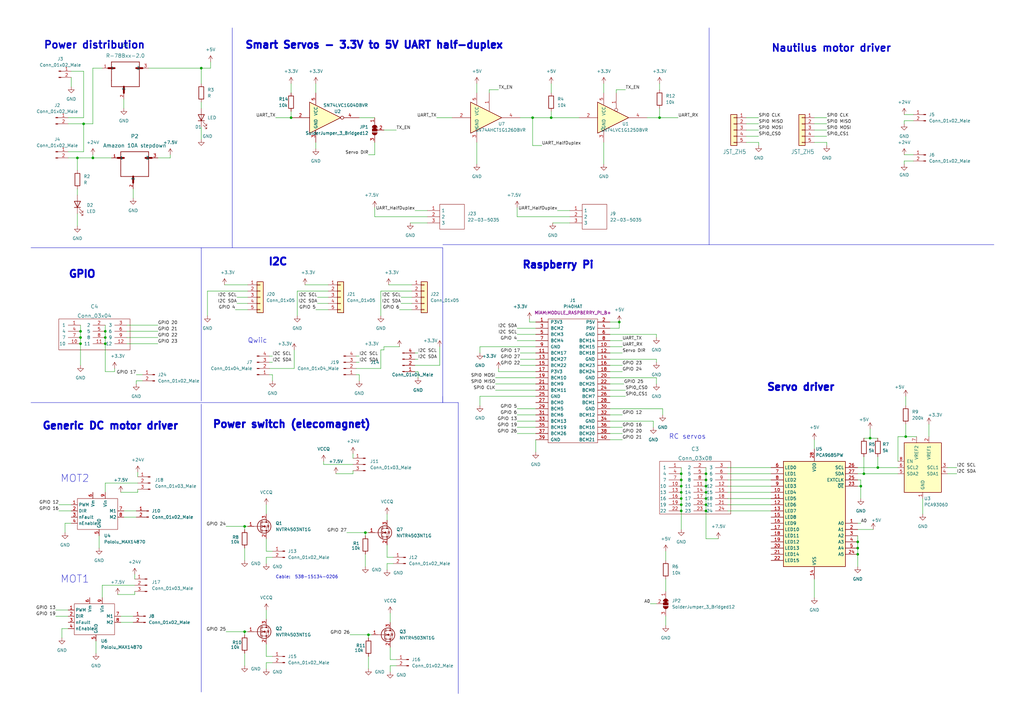
<source format=kicad_sch>
(kicad_sch (version 20230121) (generator eeschema)
  (paper "A3")
  (junction (at 360.045 191.77))
  (junction (at 289.56 199.39))
  (junction (at 289.56 196.85))
  (junction (at 33.02 140.97))
  (junction (at 351.79 222.25))
  (junction (at 119.38 48.26))
  (junction (at 151.13 260.35))
  (junction (at 356.87 179.705))
  (junction (at 354.33 194.31))
  (junction (at 289.56 207.01))
  (junction (at 38.1 64.77))
  (junction (at 100.33 215.9))
  (junction (at 279.4 207.01))
  (junction (at 82.55 27.94))
  (junction (at 100.33 259.08))
  (junction (at 218.44 48.26))
  (junction (at 289.56 204.47))
  (junction (at 226.06 48.26))
  (junction (at 279.4 204.47))
  (junction (at 279.4 196.85))
  (junction (at 33.02 138.43))
  (junction (at 43.18 140.97))
  (junction (at 279.4 199.39))
  (junction (at 353.06 199.39))
  (junction (at 289.56 194.31))
  (junction (at 270.51 48.26))
  (junction (at 31.75 64.77))
  (junction (at 279.4 209.55))
  (junction (at 279.4 201.93))
  (junction (at 254 132.08))
  (junction (at 279.4 194.31))
  (junction (at 351.79 227.33))
  (junction (at 33.02 135.89))
  (junction (at 34.29 50.8))
  (junction (at 149.86 218.44))
  (junction (at 43.18 138.43))
  (junction (at 43.18 135.89))
  (junction (at 371.475 179.07))
  (junction (at 351.79 224.79))
  (junction (at 289.56 209.55))
  (junction (at 289.56 201.93))
  (wire (pts (xy 157.48 142.24) (xy 163.83 142.24)))
  (wire (pts (xy 306.07 50.8) (xy 311.15 50.8)))
  (wire (pts (xy 22.86 250.19) (xy 27.94 250.19)))
  (wire (pts (xy 212.09 170.18) (xy 219.71 170.18)))
  (wire (pts (xy 196.85 142.24) (xy 196.85 144.78)))
  (wire (pts (xy 204.47 36.83) (xy 200.66 36.83)))
  (wire (pts (xy 164.465 121.92) (xy 168.91 121.92)))
  (wire (pts (xy 33.02 135.89) (xy 33.02 138.43)))
  (wire (pts (xy 100.33 215.9) (xy 101.6 215.9)))
  (wire (pts (xy 226.695 91.44) (xy 233.68 91.44)))
  (wire (pts (xy 306.07 48.26) (xy 311.15 48.26)))
  (wire (pts (xy 164.465 124.46) (xy 168.91 124.46)))
  (wire (pts (xy 226.06 45.72) (xy 226.06 48.26)))
  (wire (pts (xy 279.4 194.31) (xy 279.4 196.85)))
  (wire (pts (xy 96.52 127) (xy 101.6 127)))
  (wire (pts (xy 218.44 59.69) (xy 222.25 59.69)))
  (wire (pts (xy 144.78 190.5) (xy 132.715 190.5)))
  (wire (pts (xy 43.18 152.4) (xy 46.99 152.4)))
  (wire (pts (xy 217.17 130.81) (xy 217.17 132.08)))
  (wire (pts (xy 34.29 50.8) (xy 34.29 62.23)))
  (wire (pts (xy 120.65 151.13) (xy 120.65 143.51)))
  (wire (pts (xy 218.44 48.26) (xy 226.06 48.26)))
  (wire (pts (xy 41.91 240.03) (xy 41.91 245.11)))
  (wire (pts (xy 43.18 198.12) (xy 56.515 198.12)))
  (wire (pts (xy 195.58 38.1) (xy 195.58 34.29)))
  (wire (pts (xy 279.4 191.77) (xy 279.4 194.31)))
  (polyline (pts (xy 181.61 101.6) (xy 181.61 165.1)))
  (wire (pts (xy 353.06 214.63) (xy 351.79 214.63)))
  (wire (pts (xy 266.7 247.65) (xy 269.24 247.65)))
  (wire (pts (xy 351.79 219.71) (xy 351.79 222.25)))
  (wire (pts (xy 250.19 149.86) (xy 255.27 149.86)))
  (wire (pts (xy 22.86 252.73) (xy 27.94 252.73)))
  (wire (pts (xy 271.78 167.64) (xy 271.78 170.18)))
  (wire (pts (xy 250.19 162.56) (xy 256.54 162.56)))
  (wire (pts (xy 226.06 38.1) (xy 226.06 34.29)))
  (wire (pts (xy 279.4 207.01) (xy 279.4 209.55)))
  (wire (pts (xy 351.79 224.79) (xy 351.79 227.33)))
  (wire (pts (xy 339.09 59.69) (xy 339.09 58.42)))
  (wire (pts (xy 27.94 50.8) (xy 34.29 50.8)))
  (wire (pts (xy 179.07 48.26) (xy 185.42 48.26)))
  (wire (pts (xy 162.56 273.05) (xy 160.02 273.05)))
  (wire (pts (xy 109.22 271.78) (xy 109.22 274.32)))
  (wire (pts (xy 273.05 237.49) (xy 273.05 242.57)))
  (wire (pts (xy 250.19 160.02) (xy 256.54 160.02)))
  (wire (pts (xy 29.21 31.75) (xy 29.21 35.56)))
  (wire (pts (xy 298.45 204.47) (xy 316.23 204.47)))
  (wire (pts (xy 111.76 228.6) (xy 109.22 228.6)))
  (wire (pts (xy 279.4 199.39) (xy 279.4 201.93)))
  (wire (pts (xy 34.29 48.26) (xy 27.94 48.26)))
  (wire (pts (xy 353.06 199.39) (xy 351.79 199.39)))
  (wire (pts (xy 196.85 162.56) (xy 196.85 166.37)))
  (wire (pts (xy 100.33 224.79) (xy 100.33 229.87)))
  (wire (pts (xy 40.64 219.71) (xy 40.64 224.79)))
  (wire (pts (xy 374.65 49.53) (xy 370.84 49.53)))
  (wire (pts (xy 163.83 127) (xy 168.91 127)))
  (wire (pts (xy 31.75 64.77) (xy 38.1 64.77)))
  (wire (pts (xy 156.21 119.38) (xy 168.91 119.38)))
  (wire (pts (xy 55.88 153.67) (xy 58.42 153.67)))
  (wire (pts (xy 168.275 91.44) (xy 175.26 91.44)))
  (wire (pts (xy 86.36 27.94) (xy 86.36 25.4)))
  (wire (pts (xy 82.55 27.94) (xy 86.36 27.94)))
  (wire (pts (xy 212.09 137.16) (xy 219.71 137.16)))
  (wire (pts (xy 212.09 172.72) (xy 219.71 172.72)))
  (wire (pts (xy 212.09 139.7) (xy 219.71 139.7)))
  (wire (pts (xy 52.07 135.89) (xy 64.77 135.89)))
  (wire (pts (xy 371.475 162.56) (xy 371.475 166.37)))
  (wire (pts (xy 109.22 250.19) (xy 109.22 254)))
  (wire (pts (xy 146.05 153.67) (xy 147.32 153.67)))
  (wire (pts (xy 289.56 207.01) (xy 289.56 209.55)))
  (wire (pts (xy 371.475 179.07) (xy 375.92 179.07)))
  (wire (pts (xy 158.75 210.82) (xy 158.75 213.36)))
  (wire (pts (xy 121.92 119.38) (xy 134.62 119.38)))
  (wire (pts (xy 351.79 217.17) (xy 358.14 217.17)))
  (wire (pts (xy 289.56 201.93) (xy 289.56 204.47)))
  (polyline (pts (xy 187.96 165.1) (xy 187.96 284.48)))
  (wire (pts (xy 269.24 137.16) (xy 269.24 138.43)))
  (wire (pts (xy 289.56 199.39) (xy 289.56 201.93)))
  (wire (pts (xy 159.385 116.84) (xy 168.91 116.84)))
  (wire (pts (xy 46.99 152.4) (xy 46.99 151.13)))
  (wire (pts (xy 370.84 66.04) (xy 370.84 67.31)))
  (wire (pts (xy 162.56 270.51) (xy 160.02 270.51)))
  (wire (pts (xy 250.19 139.7) (xy 255.27 139.7)))
  (wire (pts (xy 279.4 204.47) (xy 279.4 207.01)))
  (wire (pts (xy 82.55 41.91) (xy 82.55 44.45)))
  (wire (pts (xy 180.34 149.86) (xy 180.34 142.24)))
  (wire (pts (xy 34.29 50.8) (xy 38.1 50.8)))
  (wire (pts (xy 110.49 153.67) (xy 111.76 153.67)))
  (wire (pts (xy 125.095 116.84) (xy 134.62 116.84)))
  (wire (pts (xy 204.47 151.13) (xy 204.47 152.4)))
  (wire (pts (xy 97.155 121.92) (xy 101.6 121.92)))
  (wire (pts (xy 360.045 191.77) (xy 368.3 191.77)))
  (wire (pts (xy 157.48 53.34) (xy 162.56 53.34)))
  (wire (pts (xy 85.09 129.54) (xy 85.09 119.38)))
  (wire (pts (xy 55.245 237.49) (xy 55.245 235.585)))
  (wire (pts (xy 354.33 179.705) (xy 356.87 179.705)))
  (wire (pts (xy 151.13 260.35) (xy 152.4 260.35)))
  (polyline (pts (xy 95.25 101.6) (xy 181.61 101.6)))
  (wire (pts (xy 334.01 53.34) (xy 339.09 53.34)))
  (wire (pts (xy 34.29 29.21) (xy 34.29 48.26)))
  (wire (pts (xy 52.07 138.43) (xy 64.77 138.43)))
  (wire (pts (xy 161.29 231.14) (xy 158.75 231.14)))
  (wire (pts (xy 56.515 201.93) (xy 49.53 201.93)))
  (wire (pts (xy 265.43 48.26) (xy 270.51 48.26)))
  (wire (pts (xy 279.4 201.93) (xy 279.4 204.47)))
  (wire (pts (xy 121.92 129.54) (xy 121.92 119.38)))
  (wire (pts (xy 371.475 173.99) (xy 371.475 179.07)))
  (wire (pts (xy 147.32 48.26) (xy 153.67 48.26)))
  (wire (pts (xy 250.19 157.48) (xy 255.905 157.48)))
  (wire (pts (xy 298.45 207.01) (xy 316.23 207.01)))
  (wire (pts (xy 111.76 269.24) (xy 109.22 269.24)))
  (wire (pts (xy 250.19 172.72) (xy 267.97 172.72)))
  (polyline (pts (xy 82.55 101.6) (xy 82.55 164.465)))
  (wire (pts (xy 29.21 214.63) (xy 26.67 214.63)))
  (wire (pts (xy 289.56 194.31) (xy 289.56 196.85)))
  (wire (pts (xy 38.1 64.77) (xy 45.72 64.77)))
  (wire (pts (xy 374.65 66.04) (xy 370.84 66.04)))
  (wire (pts (xy 356.87 179.705) (xy 360.045 179.705)))
  (wire (pts (xy 55.245 243.84) (xy 48.26 243.84)))
  (wire (pts (xy 353.06 199.39) (xy 353.06 204.47)))
  (wire (pts (xy 212.09 134.62) (xy 219.71 134.62)))
  (wire (pts (xy 153.67 88.9) (xy 153.67 85.09)))
  (wire (pts (xy 279.4 209.55) (xy 279.4 217.17)))
  (wire (pts (xy 212.09 177.8) (xy 219.71 177.8)))
  (wire (pts (xy 144.78 187.96) (xy 144.78 186.055)))
  (wire (pts (xy 269.24 147.32) (xy 269.24 148.59)))
  (wire (pts (xy 55.245 242.57) (xy 55.245 243.84)))
  (wire (pts (xy 354.33 194.31) (xy 368.3 194.31)))
  (wire (pts (xy 27.94 257.81) (xy 25.4 257.81)))
  (wire (pts (xy 52.07 140.97) (xy 64.77 140.97)))
  (wire (pts (xy 151.13 63.5) (xy 153.67 63.5)))
  (wire (pts (xy 109.22 264.16) (xy 109.22 269.24)))
  (wire (pts (xy 388.62 194.31) (xy 392.43 194.31)))
  (wire (pts (xy 144.78 193.04) (xy 144.78 194.31)))
  (wire (pts (xy 92.075 116.84) (xy 101.6 116.84)))
  (wire (pts (xy 306.07 55.88) (xy 311.15 55.88)))
  (wire (pts (xy 175.26 88.9) (xy 153.67 88.9)))
  (wire (pts (xy 58.42 156.21) (xy 55.88 156.21)))
  (wire (pts (xy 39.37 262.89) (xy 39.37 267.97)))
  (wire (pts (xy 160.02 251.46) (xy 160.02 255.27)))
  (wire (pts (xy 250.19 180.34) (xy 255.27 180.34)))
  (wire (pts (xy 24.13 207.01) (xy 29.21 207.01)))
  (wire (pts (xy 351.79 222.25) (xy 351.79 224.79)))
  (wire (pts (xy 212.09 167.64) (xy 219.71 167.64)))
  (polyline (pts (xy 181.61 162.56) (xy 181.61 165.1)))
  (wire (pts (xy 149.86 218.44) (xy 151.13 218.44)))
  (wire (pts (xy 55.88 156.21) (xy 55.88 157.48)))
  (wire (pts (xy 49.53 252.73) (xy 54.61 252.73)))
  (wire (pts (xy 43.18 138.43) (xy 43.18 140.97)))
  (polyline (pts (xy 12.7 101.6) (xy 95.25 101.6)))
  (wire (pts (xy 130.175 121.92) (xy 134.62 121.92)))
  (wire (pts (xy 60.96 27.94) (xy 82.55 27.94)))
  (wire (pts (xy 146.05 151.13) (xy 156.21 151.13)))
  (wire (pts (xy 298.45 209.55) (xy 316.23 209.55)))
  (wire (pts (xy 170.18 86.36) (xy 175.26 86.36)))
  (wire (pts (xy 27.94 62.23) (xy 34.29 62.23)))
  (wire (pts (xy 252.73 36.83) (xy 252.73 38.1)))
  (wire (pts (xy 250.19 144.78) (xy 255.27 144.78)))
  (wire (pts (xy 334.01 180.34) (xy 334.01 184.15)))
  (wire (pts (xy 149.86 227.33) (xy 149.86 232.41)))
  (wire (pts (xy 256.54 36.83) (xy 252.73 36.83)))
  (wire (pts (xy 27.94 64.77) (xy 31.75 64.77)))
  (wire (pts (xy 100.33 259.08) (xy 100.33 260.35)))
  (wire (pts (xy 273.05 252.73) (xy 273.05 256.54)))
  (wire (pts (xy 289.56 191.77) (xy 289.56 194.31)))
  (wire (pts (xy 43.18 133.35) (xy 43.18 135.89)))
  (wire (pts (xy 100.33 259.08) (xy 101.6 259.08)))
  (wire (pts (xy 38.1 63.5) (xy 38.1 64.77)))
  (wire (pts (xy 269.24 154.94) (xy 269.24 157.48)))
  (wire (pts (xy 129.54 60.96) (xy 129.54 58.42)))
  (wire (pts (xy 109.22 220.98) (xy 109.22 226.06)))
  (wire (pts (xy 43.18 198.12) (xy 43.18 201.93)))
  (wire (pts (xy 151.13 269.24) (xy 151.13 274.32)))
  (wire (pts (xy 171.45 152.4) (xy 171.45 154.94)))
  (wire (pts (xy 368.3 189.23) (xy 368.3 179.07)))
  (wire (pts (xy 267.97 172.72) (xy 267.97 175.26)))
  (wire (pts (xy 170.18 144.78) (xy 171.45 144.78)))
  (wire (pts (xy 370.84 49.53) (xy 370.84 50.8)))
  (wire (pts (xy 132.715 190.5) (xy 132.715 189.23)))
  (wire (pts (xy 226.06 48.26) (xy 237.49 48.26)))
  (wire (pts (xy 273.05 226.06) (xy 273.05 229.87)))
  (wire (pts (xy 334.01 237.49) (xy 334.01 245.11)))
  (wire (pts (xy 311.15 58.42) (xy 306.07 58.42)))
  (wire (pts (xy 170.18 149.86) (xy 180.34 149.86)))
  (wire (pts (xy 250.19 175.26) (xy 255.27 175.26)))
  (wire (pts (xy 298.45 191.77) (xy 316.23 191.77)))
  (wire (pts (xy 144.78 194.31) (xy 137.795 194.31)))
  (wire (pts (xy 270.51 34.29) (xy 270.51 36.83)))
  (wire (pts (xy 170.18 152.4) (xy 171.45 152.4)))
  (wire (pts (xy 143.51 260.35) (xy 151.13 260.35)))
  (wire (pts (xy 49.53 255.27) (xy 54.61 255.27)))
  (wire (pts (xy 218.44 48.26) (xy 218.44 59.69)))
  (wire (pts (xy 298.45 194.31) (xy 316.23 194.31)))
  (wire (pts (xy 298.45 199.39) (xy 316.23 199.39)))
  (wire (pts (xy 149.86 218.44) (xy 149.86 219.71)))
  (wire (pts (xy 356.87 175.895) (xy 356.87 179.705)))
  (wire (pts (xy 270.51 48.26) (xy 278.13 48.26)))
  (wire (pts (xy 43.18 135.89) (xy 43.18 138.43)))
  (wire (pts (xy 311.15 59.69) (xy 311.15 58.42)))
  (wire (pts (xy 250.19 147.32) (xy 269.24 147.32)))
  (wire (pts (xy 334.01 55.88) (xy 339.09 55.88)))
  (wire (pts (xy 129.54 34.29) (xy 129.54 38.1)))
  (wire (pts (xy 250.19 137.16) (xy 269.24 137.16)))
  (wire (pts (xy 129.54 127) (xy 134.62 127)))
  (wire (pts (xy 54.61 77.47) (xy 54.61 81.28)))
  (wire (pts (xy 109.22 207.01) (xy 109.22 210.82)))
  (wire (pts (xy 156.21 151.13) (xy 156.21 143.51)))
  (wire (pts (xy 64.77 64.77) (xy 69.85 64.77)))
  (wire (pts (xy 200.66 36.83) (xy 200.66 38.1)))
  (wire (pts (xy 142.24 218.44) (xy 149.86 218.44)))
  (wire (pts (xy 41.91 240.03) (xy 55.245 240.03)))
  (wire (pts (xy 306.07 53.34) (xy 311.15 53.34)))
  (wire (pts (xy 289.56 220.98) (xy 294.64 220.98)))
  (wire (pts (xy 33.02 138.43) (xy 33.02 140.97)))
  (wire (pts (xy 250.19 167.64) (xy 271.78 167.64)))
  (wire (pts (xy 289.56 196.85) (xy 289.56 199.39)))
  (wire (pts (xy 298.45 196.85) (xy 316.23 196.85)))
  (wire (pts (xy 213.36 149.86) (xy 219.71 149.86)))
  (wire (pts (xy 33.02 140.97) (xy 33.02 149.86)))
  (wire (pts (xy 247.65 67.31) (xy 247.65 58.42)))
  (wire (pts (xy 368.3 179.07) (xy 371.475 179.07)))
  (wire (pts (xy 279.4 196.85) (xy 279.4 199.39)))
  (wire (pts (xy 56.515 200.66) (xy 56.515 201.93)))
  (wire (pts (xy 203.2 157.48) (xy 219.71 157.48)))
  (wire (pts (xy 111.76 271.78) (xy 109.22 271.78)))
  (wire (pts (xy 212.09 175.26) (xy 219.71 175.26)))
  (wire (pts (xy 69.85 64.77) (xy 69.85 63.5)))
  (wire (pts (xy 110.49 146.05) (xy 111.76 146.05)))
  (wire (pts (xy 157.48 143.51) (xy 157.48 142.24)))
  (wire (pts (xy 158.75 231.14) (xy 158.75 233.68)))
  (wire (pts (xy 50.8 44.45) (xy 50.8 40.64)))
  (wire (pts (xy 233.68 88.9) (xy 212.09 88.9)))
  (wire (pts (xy 298.45 201.93) (xy 316.23 201.93)))
  (wire (pts (xy 31.75 64.77) (xy 31.75 69.85)))
  (wire (pts (xy 171.45 147.32) (xy 170.18 147.32)))
  (wire (pts (xy 85.09 119.38) (xy 101.6 119.38)))
  (wire (pts (xy 111.76 226.06) (xy 109.22 226.06)))
  (wire (pts (xy 100.33 215.9) (xy 100.33 217.17)))
  (wire (pts (xy 219.71 162.56) (xy 196.85 162.56)))
  (polyline (pts (xy 82.55 165.735) (xy 82.55 283.845)))
  (wire (pts (xy 26.67 214.63) (xy 26.67 218.44)))
  (wire (pts (xy 289.56 204.47) (xy 289.56 207.01)))
  (wire (pts (xy 147.32 148.59) (xy 146.05 148.59)))
  (wire (pts (xy 213.36 147.32) (xy 219.71 147.32)))
  (wire (pts (xy 33.02 133.35) (xy 33.02 135.89)))
  (wire (pts (xy 151.13 260.35) (xy 151.13 261.62)))
  (polyline (pts (xy 290.83 100.33) (xy 407.67 100.33)))
  (wire (pts (xy 161.29 228.6) (xy 158.75 228.6)))
  (wire (pts (xy 156.21 143.51) (xy 157.48 143.51)))
  (wire (pts (xy 24.13 209.55) (xy 29.21 209.55)))
  (wire (pts (xy 29.21 29.21) (xy 34.29 29.21)))
  (wire (pts (xy 31.75 77.47) (xy 31.75 80.01)))
  (wire (pts (xy 92.71 259.08) (xy 100.33 259.08)))
  (wire (pts (xy 351.79 196.85) (xy 353.06 196.85)))
  (wire (pts (xy 50.8 209.55) (xy 55.88 209.55)))
  (wire (pts (xy 43.18 140.97) (xy 43.18 152.4)))
  (wire (pts (xy 203.2 154.94) (xy 219.71 154.94)))
  (wire (pts (xy 250.19 170.18) (xy 255.27 170.18)))
  (wire (pts (xy 82.55 52.07) (xy 82.55 57.15)))
  (wire (pts (xy 354.33 187.325) (xy 354.33 194.31)))
  (wire (pts (xy 228.6 86.36) (xy 233.68 86.36)))
  (wire (pts (xy 212.09 88.9) (xy 212.09 85.09)))
  (wire (pts (xy 381 173.99) (xy 381 179.07)))
  (wire (pts (xy 339.09 58.42) (xy 334.01 58.42)))
  (wire (pts (xy 370.84 46.99) (xy 374.65 46.99)))
  (wire (pts (xy 52.07 133.35) (xy 64.77 133.35)))
  (wire (pts (xy 146.05 146.05) (xy 147.32 146.05)))
  (wire (pts (xy 109.22 228.6) (xy 109.22 231.14)))
  (wire (pts (xy 204.47 152.4) (xy 219.71 152.4)))
  (wire (pts (xy 378.46 204.47) (xy 378.46 210.82)))
  (wire (pts (xy 353.06 196.85) (xy 353.06 199.39)))
  (wire (pts (xy 113.03 48.26) (xy 119.38 48.26)))
  (wire (pts (xy 100.33 267.97) (xy 100.33 273.05)))
  (wire (pts (xy 219.71 180.34) (xy 219.71 185.42)))
  (polyline (pts (xy 181.61 100.33) (xy 290.83 100.33)))
  (wire (pts (xy 213.36 144.78) (xy 219.71 144.78)))
  (wire (pts (xy 156.21 129.54) (xy 156.21 119.38)))
  (wire (pts (xy 250.19 154.94) (xy 269.24 154.94)))
  (wire (pts (xy 25.4 257.81) (xy 25.4 261.62)))
  (wire (pts (xy 56.515 195.58) (xy 56.515 193.675)))
  (wire (pts (xy 158.75 223.52) (xy 158.75 228.6)))
  (wire (pts (xy 250.19 177.8) (xy 255.27 177.8)))
  (wire (pts (xy 111.76 148.59) (xy 110.49 148.59)))
  (wire (pts (xy 195.58 67.31) (xy 195.58 58.42)))
  (wire (pts (xy 270.51 44.45) (xy 270.51 48.26)))
  (wire (pts (xy 147.32 153.67) (xy 147.32 156.21)))
  (wire (pts (xy 38.1 27.94) (xy 41.91 27.94)))
  (wire (pts (xy 213.36 48.26) (xy 218.44 48.26)))
  (wire (pts (xy 130.175 124.46) (xy 134.62 124.46)))
  (wire (pts (xy 119.38 48.26) (xy 119.38 45.72)))
  (wire (pts (xy 334.01 50.8) (xy 339.09 50.8)))
  (wire (pts (xy 250.19 134.62) (xy 254 134.62)))
  (wire (pts (xy 351.79 227.33) (xy 351.79 232.41)))
  (wire (pts (xy 97.155 124.46) (xy 101.6 124.46)))
  (wire (pts (xy 254 134.62) (xy 254 132.08)))
  (wire (pts (xy 217.17 132.08) (xy 219.71 132.08)))
  (wire (pts (xy 334.01 48.26) (xy 339.09 48.26)))
  (wire (pts (xy 119.38 34.29) (xy 119.38 38.1)))
  (wire (pts (xy 110.49 151.13) (xy 120.65 151.13)))
  (wire (pts (xy 388.62 191.77) (xy 392.43 191.77)))
  (wire (pts (xy 219.71 142.24) (xy 196.85 142.24)))
  (wire (pts (xy 92.71 215.9) (xy 100.33 215.9)))
  (wire (pts (xy 160.02 265.43) (xy 160.02 270.51)))
  (polyline (pts (xy 12.7 165.1) (xy 187.96 165.1)))
  (wire (pts (xy 289.56 209.55) (xy 289.56 220.98)))
  (wire (pts (xy 203.2 160.02) (xy 219.71 160.02)))
  (wire (pts (xy 38.1 50.8) (xy 38.1 27.94)))
  (wire (pts (xy 250.19 152.4) (xy 255.27 152.4)))
  (wire (pts (xy 370.84 63.5) (xy 374.65 63.5)))
  (wire (pts (xy 360.045 187.325) (xy 360.045 191.77)))
  (polyline (pts (xy 95.25 11.43) (xy 95.25 101.6)))
  (wire (pts (xy 31.75 87.63) (xy 31.75 92.71)))
  (wire (pts (xy 50.8 212.09) (xy 55.88 212.09)))
  (wire (pts (xy 153.67 63.5) (xy 153.67 58.42)))
  (wire (pts (xy 351.79 191.77) (xy 360.045 191.77)))
  (wire (pts (xy 111.76 153.67) (xy 111.76 156.21)))
  (wire (pts (xy 250.19 142.24) (xy 255.27 142.24)))
  (wire (pts (xy 160.02 273.05) (xy 160.02 275.59)))
  (wire (pts (xy 354.33 194.31) (xy 351.79 194.31)))
  (wire (pts (xy 82.55 27.94) (xy 82.55 34.29)))
  (wire (pts (xy 250.19 132.08) (xy 254 132.08)))
  (polyline (pts (xy 290.83 11.43) (xy 290.83 100.33)))
  (wire (pts (xy 247.65 34.29) (xy 247.65 38.1)))
  (text "Power switch (elecomagnet)" (at 86.995 175.895 0) (effects (font (size 3 3) (thickness 0.8) bold) (justify left bottom)))
  (text "Nautilus motor driver" (at 316.23 21.59 0) (effects (font (size 3 3) (thickness 0.6) bold) (justify left bottom)))
  (text "Servo driver" (at 314.325 160.655 0) (effects (font (size 3 3) (thickness 0.8) bold) (justify left bottom)))
  (text "GPIO" (at 27.94 114.3 0) (effects (font (size 3 3) (thickness 0.8) bold) (justify left bottom)))
  (text "I2C" (at 109.855 109.22 0) (effects (font (size 3 3) (thickness 0.8) bold) (justify left bottom)))
  (text "MOT1\n" (at 24.765 239.395 0) (effects (font (size 3 3)) (justify left bottom)))
  (text "Smart Servos - 3.3V to 5V UART half-duplex" (at 100.33 20.32 0) (effects (font (size 3 3) (thickness 0.8) bold) (justify left bottom)))
  (text "Power distribution" (at 17.78 20.32 0) (effects (font (size 3 3) (thickness 0.6) bold) (justify left bottom)))
  (text "RC servos" (at 274.32 180.34 0) (effects (font (size 2 2)) (justify left bottom)))
  (text "Generic DC motor driver" (at 17.145 176.53 0) (effects (font (size 3 3) (thickness 0.8) bold) (justify left bottom)))
  (text "Cable:  538-15134-0206 " (at 113.03 237.49 0) (effects (font (size 1.27 1.27)) (justify left bottom)))
  (text "MOT2" (at 24.765 198.12 0) (effects (font (size 3 3)) (justify left bottom)))
  (text "Raspberry Pi" (at 213.995 110.49 0) (effects (font (size 3 3) (thickness 0.8) bold) (justify left bottom)))
  (text "Qwiic" (at 101.6 140.97 0) (effects (font (size 2 2)) (justify left bottom)))
  (label "UART_HalfDuplex" (at 228.6 86.36 180))
  (label "GPIO 25" (at 255.905 157.48 0))
  (label "GPIO 21" (at 64.77 135.89 0))
  (label "GPIO 6" (at 212.09 170.18 180))
  (label "I2C SCL" (at 212.09 137.16 180))
  (label "GPIO 17" (at 55.88 153.67 180))
  (label "GPIO 20" (at 255.27 177.8 0))
  (label "GPIO 22" (at 213.36 149.86 180))
  (label "GPIO 16" (at 255.27 175.26 0))
  (label "Servo DIR" (at 151.13 63.5 180))
  (label "GPIO 5" (at 212.09 167.64 180))
  (label "UART_TX" (at 179.07 48.26 180))
  (label "I2C SDA" (at 212.09 134.62 180))
  (label "GPIO 19" (at 22.86 252.73 180))
  (label "SPI0 CLK" (at 311.15 48.26 0))
  (label "GPIO 17" (at 213.36 144.78 180))
  (label "UART_RX" (at 255.27 142.24 0))
  (label "GPIO 12" (at 24.13 207.01 180))
  (label "I2C SCL" (at 130.175 121.92 180))
  (label "TX_EN" (at 256.54 36.83 0))
  (label "A0" (at 353.06 214.63 0))
  (label "Servo DIR" (at 255.27 144.78 0))
  (label "GPIO 26" (at 143.51 260.35 180))
  (label "SPI0 MISO" (at 339.09 50.8 0))
  (label "TX_EN" (at 204.47 36.83 0))
  (label "SPI0 CLK" (at 203.2 160.02 180))
  (label "GPIO 24" (at 255.27 152.4 0))
  (label "UART_RX" (at 278.13 48.26 0))
  (label "TX_EN" (at 162.56 53.34 0))
  (label "GPIO 19" (at 212.09 175.26 180))
  (label "SPI0 MOSI" (at 203.2 154.94 180))
  (label "GPIO 4" (at 96.52 127 180))
  (label "GPIO 4" (at 212.09 139.7 180))
  (label "UART_TX" (at 255.27 139.7 0))
  (label "SPI0_CS1" (at 339.09 55.88 0))
  (label "SPI0 CLK" (at 339.09 48.26 0))
  (label "GPIO 5" (at 129.54 127 180))
  (label "GPIO 12" (at 255.27 170.18 0))
  (label "UART_HalfDuplex" (at 222.25 59.69 0))
  (label "I2C SCL" (at 147.32 146.05 0))
  (label "UART_TX" (at 113.03 48.26 180))
  (label "I2C SDA" (at 111.76 148.59 0))
  (label "I2C SDA" (at 147.32 148.59 0))
  (label "GPIO 23" (at 255.27 149.86 0))
  (label "I2C SCL" (at 171.45 144.78 0))
  (label "I2C SDA" (at 392.43 194.31 0))
  (label "A0" (at 266.7 247.65 180))
  (label "SPI0 MOSI" (at 311.15 53.34 0))
  (label "I2C SDA" (at 97.155 124.46 180))
  (label "GPIO 20" (at 64.77 133.35 0))
  (label "GPIO 27" (at 142.24 218.44 180))
  (label "SPI0 MOSI" (at 339.09 53.34 0))
  (label "I2C SCL" (at 111.76 146.05 0))
  (label "GPIO 6" (at 163.83 127 180))
  (label "I2C SCL" (at 392.43 191.77 0))
  (label "GPIO 27" (at 213.36 147.32 180))
  (label "GPIO 25" (at 92.71 259.08 180))
  (label "I2C SDA" (at 164.465 124.46 180))
  (label "I2C SCL" (at 164.465 121.92 180))
  (label "GPIO 23" (at 64.77 140.97 0))
  (label "SPI0_CS1" (at 256.54 162.56 0))
  (label "I2C SCL" (at 97.155 121.92 180))
  (label "GPIO 24" (at 92.71 215.9 180))
  (label "UART_HalfDuplex" (at 170.18 86.36 180))
  (label "GPIO 13" (at 212.09 172.72 180))
  (label "SPI0_CS0" (at 256.54 160.02 0))
  (label "GPIO 21" (at 255.27 180.34 0))
  (label "SPI0_CS0" (at 311.15 55.88 0))
  (label "GPIO 26" (at 212.09 177.8 180))
  (label "GPIO 16" (at 24.13 209.55 180))
  (label "I2C SDA" (at 130.175 124.46 180))
  (label "SPI0 MISO" (at 203.2 157.48 180))
  (label "GPIO 13" (at 22.86 250.19 180))
  (label "I2C SDA" (at 171.45 147.32 0))
  (label "SPI0 MISO" (at 311.15 50.8 0))
  (label "GPIO 22" (at 64.77 138.43 0))
  (symbol (lib_id "power:+3.3V") (at 129.54 34.29 0) (unit 1)
    (property "Reference" "#PWR039" (effects hide))
    (property "Value" "+3.3V" (at 129.54 29.21 0))
  )
  (symbol (lib_id "power:+3.3V") (at 217.17 130.81 0) (unit 1)
    (property "Reference" "#PWR0120" (effects hide))
    (property "Value" "+3.3V" (at 213.36 125.73 0))
  )
  (symbol (lib_id "power:+5V") (at 254 132.08 0) (unit 1)
    (property "Reference" "#PWR0102" (effects hide))
    (property "Value" "+5V" (at 254 127 0))
  )
  (symbol (lib_id "power:+7.5V") (at 48.26 243.84 0) (unit 1)
    (property "Reference" "#PWR015" (effects hide))
    (property "Value" "+7.5V" (at 48.26 238.76 0))
  )
  (symbol (lib_id "power:GND") (at 279.4 217.17 0) (unit 1)
    (property "Reference" "#PWR0159" (effects hide))
    (property "Value" "GND" (at 279.4 222.25 0))
  )
  (symbol (lib_id "power:+5V") (at 86.36 25.4 0) (unit 1)
    (property "Reference" "#PWR0108" (effects hide))
    (property "Value" "+5V" (at 86.36 20.32 0))
  )
  (symbol (lib_id "power:+7.5V") (at 153.67 85.09 0) (unit 1)
    (property "Reference" "#PWR035" (effects hide))
    (property "Value" "+7.5V" (at 152.4 80.01 0))
  )
  (symbol (lib_id "power:+7.5V") (at 212.09 85.09 0) (unit 1)
    (property "Reference" "#PWR043" (effects hide))
    (property "Value" "+7.5V" (at 210.82 80.01 0))
  )
  (symbol (lib_id "74xGxx:74LVC1G126") (at 200.66 48.26 0) (unit 1)
    (property "Reference" "U7" (at 205.74 50.8 0))
    (property "Value" "SN74AHCT1G126DBVR " (at 205.74 53.34 0))
    (property "Footprint" "Package_TO_SOT_SMD:SOT-23-5_HandSoldering" (effects hide))
    (property "Datasheet" "https://www.ti.com/lit/ds/symlink/SN74AHCT1G126.pdf" (effects hide))
    (property "Mouser Part Number" " 595-SNAHCT1G126DBVR " (effects hide))
  )
  (symbol (lib_id "Connector:Conn_01x02_Male") (at 60.96 209.55 0) (mirror y) (unit 1)
    (property "Reference" "J10" (at 62.23 209.5499 0) (effects (justify right)))
    (property "Value" "Conn_01x02_Male" (at 62.23 212.0899 0) (effects (justify right)))
    (property "Footprint" "Connector_Molex:Molex_PicoBlade_53047-0210_1x02_P1.25mm_Vertical" (effects hide))
  )
  (symbol (lib_id "Connector_Generic:Conn_01x05") (at 173.99 121.92 0) (unit 1)
    (property "Reference" "J22" (at 176.53 120.65 0) (effects (justify left)))
    (property "Value" "Conn_01x05" (at 176.53 123.19 0) (effects (justify left)))
    (property "Footprint" "Connector_PinHeader_2.54mm:PinHeader_1x05_P2.54mm_Vertical" (effects hide))
  )
  (symbol (lib_id "power:+3.3V") (at 180.34 142.24 0) (unit 1)
    (property "Reference" "#PWR046" (effects hide))
    (property "Value" "+3.3V" (at 176.53 139.7 0))
  )
  (symbol (lib_id "MiAM:22-03-5035") (at 175.26 86.36 0) (unit 1)
    (property "Reference" "J23" (at 191.77 87.6299 0) (effects (justify left)))
    (property "Value" "22-03-5035" (at 191.77 90.1699 0) (effects (justify left)))
    (property "Footprint" "MiAM:SHDR3W60P0X250_1X3_990X490X590P" (effects hide))
    (property "Datasheet" "http://www.molex.com/pdm_docs/sd/022035035_sd.pdf" (effects hide))
    (property "Description" "Header 2.5mm SPOX,WTB,vert, shrouded, 3w Molex SPOX Series, Series Number 5267, 2.5mm Pitch 3 Way 1 Row Straight PCB Header, Solder Termination, 3A" (effects hide))
    (property "Height" "5.9" (effects hide))
    (property "Manufacturer_Name" "Molex" (effects hide))
    (property "Manufacturer_Part_Number" "22-03-5035" (effects hide))
    (property "RS Part Number" "    687-8048" (effects hide))
  )
  (symbol (lib_id "power:GND") (at 226.695 91.44 0) (unit 1)
    (property "Reference" "#PWR044" (effects hide))
    (property "Value" "GND" (at 226.695 96.52 0))
  )
  (symbol (lib_id "Device:R") (at 360.045 183.515 180) (unit 1)
    (property "Reference" "R7" (at 361.95 182.2449 0) (effects (justify right)))
    (property "Value" "5k" (at 361.95 184.7849 0) (effects (justify right)))
    (property "Footprint" "Resistor_SMD:R_0805_2012Metric" (effects hide))
  )
  (symbol (lib_id "power:GND") (at 158.75 233.68 0) (unit 1)
    (property "Reference" "#PWR06" (effects hide))
    (property "Value" "GND" (at 161.29 234.9499 0) (effects (justify left)))
  )
  (symbol (lib_id "power:VCCQ") (at 160.02 251.46 0) (unit 1)
    (property "Reference" "#PWR022" (effects hide))
    (property "Value" "VCCQ" (at 160.02 246.38 0))
  )
  (symbol (lib_id "power:+7.5V") (at 49.53 201.93 0) (unit 1)
    (property "Reference" "#PWR017" (effects hide))
    (property "Value" "+7.5V" (at 49.53 196.85 0))
  )
  (symbol (lib_id "power:GND") (at 160.02 275.59 0) (unit 1)
    (property "Reference" "#PWR014" (effects hide))
    (property "Value" "GND" (at 162.56 276.8599 0) (effects (justify left)))
  )
  (symbol (lib_id "power:GND") (at 273.05 256.54 0) (unit 1)
    (property "Reference" "#PWR0152" (effects hide))
    (property "Value" "GND" (at 273.05 261.62 0))
  )
  (symbol (lib_id "power:GND") (at 151.13 274.32 0) (unit 1)
    (property "Reference" "#PWR013" (effects hide))
    (property "Value" "GND" (at 153.67 275.5899 0) (effects (justify left)))
  )
  (symbol (lib_id "power:GND") (at 370.84 67.31 0) (unit 1)
    (property "Reference" "#PWR0105" (effects hide))
    (property "Value" "GND" (at 370.84 71.755 0))
  )
  (symbol (lib_id "Device:Q_NMOS_GSD") (at 106.68 259.08 0) (unit 1)
    (property "Reference" "Q2" (at 113.03 257.81 0) (effects (justify left)))
    (property "Value" "NVTR4503NT1G" (at 113.03 260.35 0) (effects (justify left)))
    (property "Footprint" "Package_TO_SOT_SMD:SOT-23_Handsoldering" (effects hide))
    (property "RS" "    780-4815" (effects hide))
  )
  (symbol (lib_id "Jumper:SolderJumper_3_Bridged12") (at 273.05 247.65 270) (unit 1)
    (property "Reference" "JP2" (at 275.59 246.38 90) (effects (justify left)))
    (property "Value" "SolderJumper_3_Bridged12" (at 275.59 248.92 90) (effects (justify left)))
    (property "Footprint" "Jumper:SolderJumper-3_P1.3mm_Bridged12_Pad1.0x1.5mm_NumberLabels" (effects hide))
  )
  (symbol (lib_id "MiAM:Conn_03x04") (at 39.37 129.54 0) (mirror y) (unit 1)
    (property "Reference" "C4" (at 38.735 125.73 0) (effects (font (size 1.524 1.524))))
    (property "Value" "Conn_03x04" (at 38.735 129.54 0) (effects (font (size 1.524 1.524))))
    (property "Footprint" "MiAM:Pin_Header_Straight_3x04_Pitch2.54mm" (effects hide))
  )
  (symbol (lib_id "power:GND") (at 33.02 149.86 0) (unit 1)
    (property "Reference" "#PWR0130" (effects hide))
    (property "Value" "GND" (at 33.02 154.94 0))
  )
  (symbol (lib_id "power:VCCQ") (at 158.75 210.82 0) (unit 1)
    (property "Reference" "#PWR019" (effects hide))
    (property "Value" "VCCQ" (at 158.75 205.74 0))
  )
  (symbol (lib_id "MiAM:R-78Bxx-2.0") (at 50.8 30.48 0) (unit 1)
    (property "Reference" "P1" (at 51.435 19.05 0) (effects (font (size 1.524 1.524))))
    (property "Value" "R-78Bxx-2.0" (at 51.435 22.86 0) (effects (font (size 1.524 1.524))))
    (property "Footprint" "MiAM:CONV_R-78Bxx-2.0" (effects hide))
    (property "RS" "139-2959" (effects hide))
    (property "Field5" "RS  139-2959" (effects hide))
  )
  (symbol (lib_id "power:GND") (at 149.86 232.41 0) (unit 1)
    (property "Reference" "#PWR05" (effects hide))
    (property "Value" "GND" (at 152.4 233.6799 0) (effects (justify left)))
  )
  (symbol (lib_id "Device:Q_NMOS_GSD") (at 157.48 260.35 0) (unit 1)
    (property "Reference" "Q3" (at 163.83 259.08 0) (effects (justify left)))
    (property "Value" "NVTR4503NT1G" (at 163.83 261.62 0) (effects (justify left)))
    (property "Footprint" "Package_TO_SOT_SMD:SOT-23_Handsoldering" (effects hide))
    (property "RS" "    780-4815" (effects hide))
  )
  (symbol (lib_id "power:+24V") (at 38.1 63.5 0) (unit 1)
    (property "Reference" "#PWR0111" (effects hide))
    (property "Value" "+24V" (at 38.1 58.42 0))
  )
  (symbol (lib_id "Device:R") (at 273.05 233.68 180) (unit 1)
    (property "Reference" "R6" (at 275.59 232.4099 0) (effects (justify right)))
    (property "Value" "10k" (at 275.59 234.9499 0) (effects (justify right)))
    (property "Footprint" "Resistor_SMD:R_0805_2012Metric" (effects hide))
  )
  (symbol (lib_id "Device:LED") (at 82.55 48.26 90) (unit 1)
    (property "Reference" "D1" (at 80.01 52.07 90) (effects (justify right)))
    (property "Value" "LED" (at 85.09 48.26 90) (effects (justify right)))
    (property "Footprint" "LED_THT:LED_D3.0mm" (effects hide))
  )
  (symbol (lib_id "power:GND") (at 219.71 185.42 0) (unit 1)
    (property "Reference" "#PWR0101" (effects hide))
    (property "Value" "GND" (at 219.71 190.5 0))
  )
  (symbol (lib_id "Connector:Conn_01x02_Male") (at 166.37 228.6 0) (mirror y) (unit 1)
    (property "Reference" "J12" (at 167.64 228.5999 0) (effects (justify right)))
    (property "Value" "Conn_01x02_Male" (at 167.64 231.1399 0) (effects (justify right)))
    (property "Footprint" "Connector_Molex:Molex_PicoBlade_53047-0210_1x02_P1.25mm_Vertical" (effects hide))
  )
  (symbol (lib_id "power:GND") (at 311.15 59.69 0) (unit 1)
    (property "Reference" "#PWR01" (effects hide))
    (property "Value" "GND" (at 311.15 64.77 0))
  )
  (symbol (lib_id "power:VCCQ") (at 132.715 189.23 0) (mirror y) (unit 1)
    (property "Reference" "#PWR020" (effects hide))
    (property "Value" "VCCQ" (at 132.715 184.15 0))
  )
  (symbol (lib_id "power:+24V") (at 370.84 63.5 0) (unit 1)
    (property "Reference" "#PWR0106" (effects hide))
    (property "Value" "+24V" (at 370.84 58.42 0))
  )
  (symbol (lib_id "power:+5V") (at 356.87 175.895 0) (unit 1)
    (property "Reference" "#PWR0169" (effects hide))
    (property "Value" "+5V" (at 354.33 172.085 0))
  )
  (symbol (lib_id "power:+3.3V") (at 125.095 116.84 0) (unit 1)
    (property "Reference" "#PWR028" (effects hide))
    (property "Value" "+3.3V" (at 126.365 111.76 0))
  )
  (symbol (lib_id "power:+24V") (at 370.84 46.99 0) (unit 1)
    (property "Reference" "#PWR0103" (effects hide))
    (property "Value" "+24V" (at 370.84 41.91 0))
  )
  (symbol (lib_id "power:GND") (at 109.22 231.14 0) (unit 1)
    (property "Reference" "#PWR010" (effects hide))
    (property "Value" "GND" (at 111.76 232.4099 0) (effects (justify left)))
  )
  (symbol (lib_id "Connector:Conn_01x02_Male") (at 22.86 48.26 0) (unit 1)
    (property "Reference" "J2" (at 23.495 43.18 0))
    (property "Value" "Conn_01x02_Male" (at 23.495 45.72 0))
    (property "Footprint" "MiAM:XT30UM" (effects hide))
  )
  (symbol (lib_id "power:+5V") (at 226.06 34.29 0) (unit 1)
    (property "Reference" "#PWR037" (effects hide))
    (property "Value" "+5V" (at 226.06 29.21 0))
  )
  (symbol (lib_id "MiAM:Pololu_MAX14870") (at 39.37 262.89 0) (unit 1)
    (property "Reference" "U6" (at 41.3894 262.89 0) (effects (justify left)))
    (property "Value" "Pololu_MAX14870" (at 41.3894 265.43 0) (effects (justify left)))
    (property "Footprint" "MiAM:PololuMAX14870" (effects hide))
  )
  (symbol (lib_id "power:GND") (at 100.33 273.05 0) (unit 1)
    (property "Reference" "#PWR011" (effects hide))
    (property "Value" "GND" (at 102.87 274.3199 0) (effects (justify left)))
  )
  (symbol (lib_id "Connector:Conn_01x02_Male") (at 116.84 269.24 0) (mirror y) (unit 1)
    (property "Reference" "J15" (at 118.11 269.2399 0) (effects (justify right)))
    (property "Value" "Conn_01x02_Male" (at 118.11 271.7799 0) (effects (justify right)))
    (property "Footprint" "Connector_Molex:Molex_PicoBlade_53047-0210_1x02_P1.25mm_Vertical" (effects hide))
  )
  (symbol (lib_id "Connector:Conn_01x03_Male") (at 149.86 190.5 0) (mirror y) (unit 1)
    (property "Reference" "J11" (at 151.765 189.2299 0) (effects (justify right)))
    (property "Value" "Conn_01x03_Male" (at 151.765 191.7699 0) (effects (justify right)))
    (property "Footprint" "Connector_PinHeader_2.54mm:PinHeader_1x03_P2.54mm_Vertical" (effects hide))
  )
  (symbol (lib_id "power:+24V") (at 55.245 235.585 0) (unit 1)
    (property "Reference" "#PWR016" (effects hide))
    (property "Value" "+24V" (at 55.245 230.505 0))
  )
  (symbol (lib_id "power:GND") (at 26.67 218.44 0) (unit 1)
    (property "Reference" "#PWR0137" (effects hide))
    (property "Value" "GND" (at 26.67 223.52 0))
  )
  (symbol (lib_id "power:+24V") (at 144.78 186.055 0) (unit 1)
    (property "Reference" "#PWR08" (effects hide))
    (property "Value" "+24V" (at 144.78 180.975 0))
  )
  (symbol (lib_id "power:GND") (at 25.4 261.62 0) (unit 1)
    (property "Reference" "#PWR0140" (effects hide))
    (property "Value" "GND" (at 25.4 266.7 0))
  )
  (symbol (lib_id "Connector:Conn_01x02_Male") (at 379.73 63.5 0) (mirror y) (unit 1)
    (property "Reference" "J6" (at 381 63.4999 0) (effects (justify right)))
    (property "Value" "Conn_01x02_Male" (at 381 66.0399 0) (effects (justify right)))
    (property "Footprint" "MiAM:XT30UM" (effects hide))
  )
  (symbol (lib_id "power:GND") (at 39.37 267.97 0) (unit 1)
    (property "Reference" "#PWR0141" (effects hide))
    (property "Value" "GND" (at 39.37 273.05 0))
  )
  (symbol (lib_id "MiAM:Amazon 10A stepdown") (at 54.61 67.31 0) (unit 1)
    (property "Reference" "P2" (at 55.245 55.88 0) (effects (font (size 1.524 1.524))))
    (property "Value" "Amazon 10A stepdown" (at 55.245 59.69 0) (effects (font (size 1.524 1.524))))
    (property "Footprint" "MiAM:StepDown10A" (effects hide))
    (property "Datasheet" "https://www.amazon.fr/dalimentation-Convertisseur-Abaisseur-6-5V-60V-1-25-30V/dp/B07TLHM71W/ref=sr_1_5?__mk_fr_FR=%C3%85M%C3%85%C5%BD%C3%95%C3%91&crid=TAPY62YN7AE7&keywords=regulateur+tension+ajustable+10A&qid=1662732280&sprefix=regulateur+tension+ajustable+10a%2Caps%2C58&sr=8-5" (effects hide))
    (property "Part number" "B07TLHM71W" (effects hide))
  )
  (symbol (lib_id "power:GND") (at 196.85 166.37 0) (mirror y) (unit 1)
    (property "Reference" "#PWR047" (effects hide))
    (property "Value" "GND" (at 196.85 171.45 0))
  )
  (symbol (lib_id "Device:LED") (at 31.75 83.82 90) (unit 1)
    (property "Reference" "D2" (at 35.56 84.1374 90) (effects (justify right)))
    (property "Value" "LED" (at 35.56 86.6774 90) (effects (justify right)))
    (property "Footprint" "LED_THT:LED_D3.0mm" (effects hide))
  )
  (symbol (lib_id "power:GND") (at 82.55 57.15 0) (unit 1)
    (property "Reference" "#PWR024" (effects hide))
    (property "Value" "GND" (at 85.09 55.88 0))
  )
  (symbol (lib_id "power:GND") (at 100.33 229.87 0) (unit 1)
    (property "Reference" "#PWR09" (effects hide))
    (property "Value" "GND" (at 102.87 231.1399 0) (effects (justify left)))
  )
  (symbol (lib_id "Device:R") (at 149.86 223.52 180) (unit 1)
    (property "Reference" "R1" (at 144.78 222.885 0) (effects (justify right)))
    (property "Value" "10k" (at 144.145 224.79 0) (effects (justify right)))
    (property "Footprint" "Resistor_SMD:R_0805_2012Metric" (effects hide))
  )
  (symbol (lib_id "power:GND") (at 31.75 92.71 0) (unit 1)
    (property "Reference" "#PWR0107" (effects hide))
    (property "Value" "GND" (at 31.75 97.79 0))
  )
  (symbol (lib_id "power:+7.5V") (at 137.795 194.31 0) (unit 1)
    (property "Reference" "#PWR07" (effects hide))
    (property "Value" "+7.5V" (at 137.795 189.23 0))
  )
  (symbol (lib_id "Device:R") (at 371.475 170.18 180) (unit 1)
    (property "Reference" "R9" (at 374.015 168.9099 0) (effects (justify right)))
    (property "Value" "200k" (at 374.015 171.4499 0) (effects (justify right)))
    (property "Footprint" "Resistor_SMD:R_0805_2012Metric" (effects hide))
  )
  (symbol (lib_id "Connector:Conn_01x02_Male") (at 379.73 46.99 0) (mirror y) (unit 1)
    (property "Reference" "J5" (at 381 46.9899 0) (effects (justify right)))
    (property "Value" "Conn_01x02_Male" (at 381 49.5299 0) (effects (justify right)))
    (property "Footprint" "MiAM:XT30UM" (effects hide))
  )
  (symbol (lib_id "power:+3.3V") (at 119.38 34.29 0) (mirror y) (unit 1)
    (property "Reference" "#PWR040" (effects hide))
    (property "Value" "+3.3V" (at 119.38 29.21 0))
  )
  (symbol (lib_id "power:GND") (at 109.22 274.32 0) (unit 1)
    (property "Reference" "#PWR012" (effects hide))
    (property "Value" "GND" (at 111.76 275.5899 0) (effects (justify left)))
  )
  (symbol (lib_id "74xGxx:74LVC1G04") (at 134.62 48.26 0) (unit 1)
    (property "Reference" "U2" (at 138.43 45.72 0))
    (property "Value" "SN74LVC1G04DBVR " (at 142.24 43.18 0))
    (property "Footprint" "Package_TO_SOT_SMD:SOT-23-5_HandSoldering" (effects hide))
    (property "Datasheet" "https://www.ti.com/lit/ds/symlink/sn74lvc1g04.pdf" (effects hide))
    (property "Mouser Part Number" " 595-SN74LVC1G04DBVR " (effects hide))
  )
  (symbol (lib_id "power:GND") (at 339.09 59.69 0) (unit 1)
    (property "Reference" "#PWR02" (effects hide))
    (property "Value" "GND" (at 339.09 64.77 0))
  )
  (symbol (lib_id "power:+3.3V") (at 120.65 143.51 0) (unit 1)
    (property "Reference" "#PWR04" (effects hide))
    (property "Value" "+3.3V" (at 116.84 140.97 0))
  )
  (symbol (lib_id "Connector:Conn_01x04_Male") (at 165.1 149.86 0) (mirror x) (unit 1)
    (property "Reference" "J14" (at 155.575 148.5899 0) (effects (justify right)))
    (property "Value" "Conn_01x04_Male" (at 177.8 153.67 0) (effects (justify right)))
    (property "Footprint" "Connector_JST:JST_SH_SM04B-SRSS-TB_1x04-1MP_P1.00mm_Horizontal" (effects hide))
    (property "RS" "    515-1513" (effects hide))
  )
  (symbol (lib_id "power:+5V") (at 273.05 226.06 0) (unit 1)
    (property "Reference" "#PWR042" (effects hide))
    (property "Value" "+5V" (at 273.05 220.98 0))
  )
  (symbol (lib_id "Device:R") (at 31.75 73.66 180) (unit 1)
    (property "Reference" "R2" (at 34.29 72.3899 0) (effects (justify right)))
    (property "Value" "R" (at 34.29 74.9299 0) (effects (justify right)))
    (property "Footprint" "Resistor_SMD:R_0805_2012Metric" (effects hide))
  )
  (symbol (lib_id "Connector:Conn_01x04_Male") (at 140.97 151.13 0) (mirror x) (unit 1)
    (property "Reference" "J19" (at 139.065 148.5899 0) (effects (justify right)))
    (property "Value" "Conn_01x04_Male" (at 139.065 151.1299 0) (effects (justify right)))
    (property "Footprint" "Connector_JST:JST_SH_SM04B-SRSS-TB_1x04-1MP_P1.00mm_Horizontal" (effects hide))
    (property "RS" "    515-1513" (effects hide))
  )
  (symbol (lib_id "power:GND") (at 129.54 60.96 0) (unit 1)
    (property "Reference" "#PWR041" (effects hide))
    (property "Value" "GND" (at 129.54 66.04 0))
  )
  (symbol (lib_id "power:+3.3V") (at 46.99 151.13 0) (unit 1)
    (property "Reference" "#PWR0131" (effects hide))
    (property "Value" "+3.3V" (at 48.26 146.05 0))
  )
  (symbol (lib_id "Connector:Conn_01x02_Male") (at 167.64 270.51 0) (mirror y) (unit 1)
    (property "Reference" "J16" (at 168.91 270.5099 0) (effects (justify right)))
    (property "Value" "Conn_01x02_Male" (at 168.91 273.0499 0) (effects (justify right)))
    (property "Footprint" "Connector_Molex:Molex_PicoBlade_53047-0210_1x02_P1.25mm_Vertical" (effects hide))
  )
  (symbol (lib_id "power:+5V") (at 371.475 162.56 0) (unit 1)
    (property "Reference" "#PWR0170" (effects hide))
    (property "Value" "+5V" (at 368.935 158.75 0))
  )
  (symbol (lib_id "Device:Q_NMOS_GSD") (at 106.68 215.9 0) (unit 1)
    (property "Reference" "Q1" (at 113.03 214.63 0) (effects (justify left)))
    (property "Value" "NVTR4503NT1G" (at 113.03 217.17 0) (effects (justify left)))
    (property "Footprint" "Package_TO_SOT_SMD:SOT-23_Handsoldering" (effects hide))
    (property "RS" "    780-4815" (effects hide))
  )
  (symbol (lib_id "MiAM:PI40HAT") (at 234.95 132.08 0) (unit 1)
    (property "Reference" "J1" (at 234.95 123.19 0))
    (property "Value" "PI40HAT" (at 234.95 125.73 0))
    (property "Footprint" "MiAM:MODULE_RASPBERRY_PI_B+" (at 234.95 128.27 0))
  )
  (symbol (lib_id "Connector:Conn_01x02_Male") (at 22.86 62.23 0) (unit 1)
    (property "Reference" "J4" (at 23.495 57.15 0))
    (property "Value" "Conn_01x02_Male" (at 23.495 59.69 0))
    (property "Footprint" "MiAM:XT30UM" (effects hide))
  )
  (symbol (lib_id "Connector:Conn_01x04_Male") (at 105.41 151.13 0) (mirror x) (unit 1)
    (property "Reference" "J7" (at 103.505 148.5899 0) (effects (justify right)))
    (property "Value" "Conn_01x04_Male" (at 103.505 151.1299 0) (effects (justify right)))
    (property "Footprint" "Connector_JST:JST_SH_SM04B-SRSS-TB_1x04-1MP_P1.00mm_Horizontal" (effects hide))
    (property "RS" "    515-1513" (effects hide))
  )
  (symbol (lib_id "Device:R") (at 119.38 41.91 180) (unit 1)
    (property "Reference" "R14" (at 114.3 40.64 0) (effects (justify right)))
    (property "Value" "10k" (at 114.3 43.18 0) (effects (justify right)))
    (property "Footprint" "Resistor_SMD:R_0805_2012Metric" (effects hide))
  )
  (symbol (lib_id "Connector_Generic:Conn_01x05") (at 300.99 53.34 0) (mirror y) (unit 1)
    (property "Reference" "SPI0" (effects hide))
    (property "Value" "JST_ZH5" (at 306.07 63.246 0) (effects (font (size 1.778 1.5113)) (justify left bottom)))
    (property "Footprint" "Connector_JST:JST_GH_SM05B-GHS-TB_1x05-1MP_P1.25mm_Horizontal" (effects hide))
    (property "MF" "JST" (effects hide))
    (property "MPN" "S4B-ZR-SM4A-TF(LF)(SN)" (effects hide))
    (property "POPULATE" "1" (effects hide))
    (property "RS" "    752-1807P" (effects hide))
  )
  (symbol (lib_id "power:GND") (at 29.21 35.56 0) (unit 1)
    (property "Reference" "#PWR0110" (effects hide))
    (property "Value" "GND" (at 29.21 40.64 0))
  )
  (symbol (lib_id "MiAM:22-03-5035") (at 233.68 86.36 0) (unit 1)
    (property "Reference" "J9" (at 250.19 87.6299 0) (effects (justify left)))
    (property "Value" "22-03-5035" (at 250.19 90.1699 0) (effects (justify left)))
    (property "Footprint" "MiAM:SHDR3W60P0X250_1X3_990X490X590P" (effects hide))
    (property "Datasheet" "http://www.molex.com/pdm_docs/sd/022035035_sd.pdf" (effects hide))
    (property "Description" "Header 2.5mm SPOX,WTB,vert, shrouded, 3w Molex SPOX Series, Series Number 5267, 2.5mm Pitch 3 Way 1 Row Straight PCB Header, Solder Termination, 3A" (effects hide))
    (property "Height" "5.9" (effects hide))
    (property "Manufacturer_Name" "Molex" (effects hide))
    (property "Manufacturer_Part_Number" "22-03-5035" (effects hide))
    (property "RS Part Number" "    687-8048" (effects hide))
  )
  (symbol (lib_id "power:GND") (at 171.45 154.94 0) (unit 1)
    (property "Reference" "#PWR045" (effects hide))
    (property "Value" "GND" (at 171.45 160.02 0))
  )
  (symbol (lib_id "power:GND") (at 269.24 148.59 0) (mirror y) (unit 1)
    (property "Reference" "#PWR050" (effects hide))
    (property "Value" "GND" (at 269.24 153.67 0))
  )
  (symbol (lib_id "power:GND") (at 111.76 156.21 0) (unit 1)
    (property "Reference" "#PWR03" (effects hide))
    (property "Value" "GND" (at 111.76 161.29 0))
  )
  (symbol (lib_id "Driver_LED:PCA9685PW") (at 334.01 209.55 0) (mirror y) (unit 1)
    (property "Reference" "U5" (at 334.5306 184.15 0) (effects (justify right)))
    (property "Value" "PCA9685PW" (at 334.5306 186.69 0) (effects (justify right)))
    (property "Footprint" "Package_SO:TSSOP-28_4.4x9.7mm_P0.65mm" (effects hide))
    (property "Datasheet" "http://www.nxp.com/documents/data_sheet/PCA9685.pdf" (effects hide))
    (property "RS" "727-5649" (effects hide))
  )
  (symbol (lib_id "Device:R") (at 270.51 40.64 180) (unit 1)
    (property "Reference" "R12" (at 273.05 39.3699 0) (effects (justify right)))
    (property "Value" "10k" (at 273.05 41.9099 0) (effects (justify right)))
    (property "Footprint" "Resistor_SMD:R_0805_2012Metric" (effects hide))
  )
  (symbol (lib_id "power:GND") (at 40.64 224.79 0) (unit 1)
    (property "Reference" "#PWR0135" (effects hide))
    (property "Value" "GND" (at 40.64 229.87 0))
  )
  (symbol (lib_id "power:+7.5V") (at 294.64 220.98 0) (unit 1)
    (property "Reference" "#PWR0154" (effects hide))
    (property "Value" "+7.5V" (at 294.64 215.9 0))
  )
  (symbol (lib_id "Device:R") (at 100.33 264.16 180) (unit 1)
    (property "Reference" "R10" (at 95.25 263.525 0) (effects (justify right)))
    (property "Value" "10k" (at 94.615 265.43 0) (effects (justify right)))
    (property "Footprint" "Resistor_SMD:R_0805_2012Metric" (effects hide))
  )
  (symbol (lib_id "power:+3.3V") (at 204.47 151.13 0) (unit 1)
    (property "Reference" "#PWR055" (effects hide))
    (property "Value" "+3.3V" (at 200.66 146.05 0))
  )
  (symbol (lib_id "power:+3.3V") (at 270.51 34.29 0) (unit 1)
    (property "Reference" "#PWR032" (effects hide))
    (property "Value" "+3.3V" (at 270.51 29.21 0))
  )
  (symbol (lib_id "Device:R") (at 82.55 38.1 180) (unit 1)
    (property "Reference" "R3" (at 85.09 36.8299 0) (effects (justify right)))
    (property "Value" "R" (at 85.09 39.3699 0) (effects (justify right)))
    (property "Footprint" "Resistor_SMD:R_0805_2012Metric" (effects hide))
  )
  (symbol (lib_id "power:GND") (at 54.61 81.28 0) (unit 1)
    (property "Reference" "#PWR0146" (effects hide))
    (property "Value" "GND" (at 54.61 86.36 0))
  )
  (symbol (lib_id "power:GND") (at 267.97 175.26 0) (unit 1)
    (property "Reference" "#PWR052" (effects hide))
    (property "Value" "GND" (at 267.97 180.34 0))
  )
  (symbol (lib_id "power:GND") (at 147.32 156.21 0) (unit 1)
    (property "Reference" "#PWR025" (effects hide))
    (property "Value" "GND" (at 147.32 161.29 0))
  )
  (symbol (lib_id "power:VCCQ") (at 109.22 250.19 0) (unit 1)
    (property "Reference" "#PWR021" (effects hide))
    (property "Value" "VCCQ" (at 109.22 245.11 0))
  )
  (symbol (lib_id "power:GND") (at 121.92 129.54 0) (unit 1)
    (property "Reference" "#PWR027" (effects hide))
    (property "Value" "GND" (at 121.92 134.62 0))
  )
  (symbol (lib_id "power:GND") (at 55.88 157.48 0) (unit 1)
    (property "Reference" "#PWR054" (effects hide))
    (property "Value" "GND" (at 55.88 162.56 0))
  )
  (symbol (lib_id "power:+3.3V") (at 381 173.99 0) (unit 1)
    (property "Reference" "#PWR0150" (effects hide))
    (property "Value" "+3.3V" (at 383.54 170.18 0))
  )
  (symbol (lib_id "power:+7.5V") (at 69.85 63.5 0) (unit 1)
    (property "Reference" "#PWR0138" (effects hide))
    (property "Value" "+7.5V" (at 69.85 58.42 0))
  )
  (symbol (lib_id "Device:Q_NMOS_GSD") (at 156.21 218.44 0) (unit 1)
    (property "Reference" "Q7" (at 162.56 217.17 0) (effects (justify left)))
    (property "Value" "NVTR4503NT1G" (at 162.56 219.71 0) (effects (justify left)))
    (property "Footprint" "Package_TO_SOT_SMD:SOT-23_Handsoldering" (effects hide))
    (property "RS" "    780-4815" (effects hide))
  )
  (symbol (lib_id "power:VCCQ") (at 109.22 207.01 0) (unit 1)
    (property "Reference" "#PWR023" (effects hide))
    (property "Value" "VCCQ" (at 109.22 201.93 0))
  )
  (symbol (lib_id "power:+3.3V") (at 247.65 34.29 0) (unit 1)
    (property "Reference" "#PWR033" (effects hide))
    (property "Value" "+3.3V" (at 247.65 29.21 0))
  )
  (symbol (lib_id "power:GND") (at 370.84 50.8 0) (unit 1)
    (property "Reference" "#PWR0104" (effects hide))
    (property "Value" "GND" (at 370.84 55.88 0))
  )
  (symbol (lib_id "power:+5V") (at 195.58 34.29 0) (unit 1)
    (property "Reference" "#PWR038" (effects hide))
    (property "Value" "+5V" (at 195.58 29.21 0))
  )
  (symbol (lib_id "Connector_Generic:Conn_01x05") (at 139.7 121.92 0) (unit 1)
    (property "Reference" "J21" (at 142.24 120.65 0) (effects (justify left)))
    (property "Value" "Conn_01x05" (at 142.24 123.19 0) (effects (justify left)))
    (property "Footprint" "Connector_PinHeader_2.54mm:PinHeader_1x05_P2.54mm_Vertical" (effects hide))
  )
  (symbol (lib_id "Connector:Conn_01x02_Male") (at 59.69 252.73 0) (mirror y) (unit 1)
    (property "Reference" "J8" (at 60.96 252.7299 0) (effects (justify right)))
    (property "Value" "Conn_01x02_Male" (at 60.96 255.2699 0) (effects (justify right)))
    (property "Footprint" "Connector_Molex:Molex_PicoBlade_53047-0210_1x02_P1.25mm_Vertical" (effects hide))
  )
  (symbol (lib_id "Device:R") (at 100.33 220.98 180) (unit 1)
    (property "Reference" "R8" (at 95.25 220.345 0) (effects (justify right)))
    (property "Value" "10k" (at 94.615 222.25 0) (effects (justify right)))
    (property "Footprint" "Resistor_SMD:R_0805_2012Metric" (effects hide))
  )
  (symbol (lib_id "Connector_Generic:Conn_01x05") (at 106.68 121.92 0) (unit 1)
    (property "Reference" "J20" (at 109.22 120.65 0) (effects (justify left)))
    (property "Value" "Conn_01x05" (at 109.22 123.19 0) (effects (justify left)))
    (property "Footprint" "Connector_PinHeader_2.54mm:PinHeader_1x05_P2.54mm_Vertical" (effects hide))
  )
  (symbol (lib_id "power:GND") (at 378.46 210.82 0) (unit 1)
    (property "Reference" "#PWR0134" (effects hide))
    (property "Value" "GND" (at 378.46 215.9 0))
  )
  (symbol (lib_id "power:GND") (at 351.79 232.41 0) (unit 1)
    (property "Reference" "#PWR0149" (effects hide))
    (property "Value" "GND" (at 351.79 237.49 0))
  )
  (symbol (lib_id "power:GND") (at 269.24 138.43 0) (unit 1)
    (property "Reference" "#PWR049" (effects hide))
    (property "Value" "GND" (at 269.24 143.51 0))
  )
  (symbol (lib_id "power:GND") (at 247.65 67.31 0) (unit 1)
    (property "Reference" "#PWR031" (effects hide))
    (property "Value" "GND" (at 247.65 72.39 0))
  )
  (symbol (lib_id "Connector:Conn_01x02_Male") (at 63.5 153.67 0) (mirror y) (unit 1)
    (property "Reference" "J24" (at 64.77 153.6699 0) (effects (justify right)))
    (property "Value" "Conn_01x02_Male" (at 64.77 156.2099 0) (effects (justify right)))
    (property "Footprint" "Connector_Molex:Molex_PicoBlade_53047-0210_1x02_P1.25mm_Vertical" (effects hide))
    (property "RS" " 538-53047-0210 " (effects hide))
  )
  (symbol (lib_id "power:GND") (at 156.21 129.54 0) (unit 1)
    (property "Reference" "#PWR029" (effects hide))
    (property "Value" "GND" (at 156.21 134.62 0))
  )
  (symbol (lib_id "MiAM:Conn_03x08") (at 285.75 187.96 0) (mirror y) (unit 1)
    (property "Reference" "C3" (at 285.115 184.15 0) (effects (font (size 1.524 1.524))))
    (property "Value" "Conn_03x08" (at 285.115 187.96 0) (effects (font (size 1.524 1.524))))
    (property "Footprint" "MiAM:Pin_Header_Straight_3x08_Pitch2.54mm" (effects hide))
  )
  (symbol (lib_id "power:+5V") (at 358.14 217.17 0) (unit 1)
    (property "Reference" "#PWR0158" (effects hide))
    (property "Value" "+5V" (at 359.41 213.36 0))
  )
  (symbol (lib_id "Connector_Generic:Conn_01x05") (at 328.93 53.34 0) (mirror y) (unit 1)
    (property "Reference" "SPI2" (effects hide))
    (property "Value" "JST_ZH5" (at 334.01 63.246 0) (effects (font (size 1.778 1.5113)) (justify left bottom)))
    (property "Footprint" "Connector_JST:JST_GH_SM05B-GHS-TB_1x05-1MP_P1.25mm_Horizontal" (effects hide))
    (property "MF" "JST" (effects hide))
    (property "MPN" "S4B-ZR-SM4A-TF(LF)(SN)" (effects hide))
    (property "POPULATE" "1" (effects hide))
    (property "RS" "    752-1807P" (effects hide))
  )
  (symbol (lib_id "Connector:Conn_01x03_Male") (at 60.325 240.03 0) (mirror y) (unit 1)
    (property "Reference" "J17" (at 62.23 238.7599 0) (effects (justify right)))
    (property "Value" "Conn_01x03_Male" (at 62.23 241.2999 0) (effects (justify right)))
    (property "Footprint" "Connector_PinHeader_2.54mm:PinHeader_1x03_P2.54mm_Vertical" (effects hide))
  )
  (symbol (lib_id "Interface:PCA9306D") (at 378.46 191.77 0) (mirror y) (unit 1)
    (property "Reference" "U3" (at 378.9806 204.47 0) (effects (justify right)))
    (property "Value" "PCA9306D" (at 378.9806 207.01 0) (effects (justify right)))
    (property "Footprint" "Package_SO:SSOP-8_2.95x2.8mm_P0.65mm" (effects hide))
    (property "Datasheet" "https://www.nxp.com/docs/en/data-sheet/PCA9306.pdf" (effects hide))
    (property "RS" "    662-7415" (effects hide))
  )
  (symbol (lib_id "power:GND") (at 353.06 204.47 0) (unit 1)
    (property "Reference" "#PWR0157" (effects hide))
    (property "Value" "GND" (at 353.06 209.55 0))
  )
  (symbol (lib_id "power:GND") (at 195.58 67.31 0) (unit 1)
    (property "Reference" "#PWR034" (effects hide))
    (property "Value" "GND" (at 195.58 72.39 0))
  )
  (symbol (lib_id "74xGxx:74LVC1G125") (at 252.73 48.26 0) (unit 1)
    (property "Reference" "U1" (at 256.54 50.8 0))
    (property "Value" "SN74LVC1G125DBVR " (at 256.54 53.34 0))
    (property "Footprint" "Package_TO_SOT_SMD:SOT-23-5_HandSoldering" (effects hide))
    (property "Datasheet" "https://www.ti.com/lit/ds/symlink/sn74lvc1g125.pdf" (effects hide))
    (property "Mouser Part Number" " 595-SN74LVC1G125DBVR " (effects hide))
  )
  (symbol (lib_id "Device:R") (at 226.06 41.91 180) (unit 1)
    (property "Reference" "R4" (at 228.6 40.6399 0) (effects (justify right)))
    (property "Value" "10k" (at 228.6 43.1799 0) (effects (justify right)))
    (property "Footprint" "Resistor_SMD:R_0805_2012Metric" (effects hide))
  )
  (symbol (lib_id "Device:R") (at 151.13 265.43 180) (unit 1)
    (property "Reference" "R11" (at 146.05 264.795 0) (effects (justify right)))
    (property "Value" "10k" (at 145.415 266.7 0) (effects (justify right)))
    (property "Footprint" "Resistor_SMD:R_0805_2012Metric" (effects hide))
  )
  (symbol (lib_id "power:+24V") (at 56.515 193.675 0) (unit 1)
    (property "Reference" "#PWR018" (effects hide))
    (property "Value" "+24V" (at 56.515 188.595 0))
  )
  (symbol (lib_id "power:GND") (at 269.24 157.48 0) (mirror y) (unit 1)
    (property "Reference" "#PWR053" (effects hide))
    (property "Value" "GND" (at 269.24 162.56 0))
  )
  (symbol (lib_id "Connector:Conn_01x03_Male") (at 61.595 198.12 0) (mirror y) (unit 1)
    (property "Reference" "J18" (at 63.5 196.8499 0) (effects (justify right)))
    (property "Value" "Conn_01x03_Male" (at 63.5 199.3899 0) (effects (justify right)))
    (property "Footprint" "Connector_PinHeader_2.54mm:PinHeader_1x03_P2.54mm_Vertical" (effects hide))
  )
  (symbol (lib_id "Device:R") (at 354.33 183.515 180) (unit 1)
    (property "Reference" "R5" (at 356.235 182.2449 0) (effects (justify right)))
    (property "Value" "5k" (at 356.235 184.7849 0) (effects (justify right)))
    (property "Footprint" "Resistor_SMD:R_0805_2012Metric" (effects hide))
  )
  (symbol (lib_id "power:+3.3V") (at 163.83 142.24 0) (unit 1)
    (property "Reference" "#PWR026" (effects hide))
    (property "Value" "+3.3V" (at 152.4 140.97 0))
  )
  (symbol (lib_id "power:+3.3V") (at 159.385 116.84 0) (unit 1)
    (property "Reference" "#PWR030" (effects hide))
    (property "Value" "+3.3V" (at 160.655 111.76 0))
  )
  (symbol (lib_id "power:GND") (at 168.275 91.44 0) (unit 1)
    (property "Reference" "#PWR036" (effects hide))
    (property "Value" "GND" (at 168.275 96.52 0))
  )
  (symbol (lib_id "Connector:Conn_01x02_Male") (at 24.13 29.21 0) (unit 1)
    (property "Reference" "J3" (at 24.765 24.13 0))
    (property "Value" "Conn_01x02_Male" (at 24.765 26.67 0))
    (property "Footprint" "MiAM:XT30UM" (effects hide))
  )
  (symbol (lib_id "power:GND") (at 271.78 170.18 0) (unit 1)
    (property "Reference" "#PWR051" (effects hide))
    (property "Value" "GND" (at 271.78 175.26 0))
  )
  (symbol (lib_id "power:GND") (at 196.85 144.78 0) (mirror y) (unit 1)
    (property "Reference" "#PWR048" (effects hide))
    (property "Value" "GND" (at 196.85 149.86 0))
  )
  (symbol (lib_id "Connector:Conn_01x02_Male") (at 116.84 226.06 0) (mirror y) (unit 1)
    (property "Reference" "J13" (at 118.11 226.0599 0) (effects (justify right)))
    (property "Value" "Conn_01x02_Male" (at 118.11 228.5999 0) (effects (justify right)))
    (property "Footprint" "Connector_Molex:Molex_PicoBlade_53047-0210_1x02_P1.25mm_Vertical" (effects hide))
    (property "Mouser Part Number" " 538-53047-0210 " (effects hide))
  )
  (symbol (lib_id "power:+3.3V") (at 92.075 116.84 0) (unit 1)
    (property "Reference" "#PWR0129" (effects hide))
    (property "Value" "+3.3V" (at 93.345 111.76 0))
  )
  (symbol (lib_id "power:GND") (at 85.09 129.54 0) (unit 1)
    (property "Reference" "#PWR0128" (effects hide))
    (property "Value" "GND" (at 85.09 134.62 0))
  )
  (symbol (lib_id "power:+5V") (at 334.01 180.34 0) (unit 1)
    (property "Reference" "#PWR0155" (effects hide))
    (property "Value" "+5V" (at 334.01 175.26 0))
  )
  (symbol (lib_id "Jumper:SolderJumper_3_Bridged12") (at 153.67 53.34 90) (mirror x) (unit 1)
    (property "Reference" "JP1" (at 151.13 52.07 90) (effects (justify left)))
    (property "Value" "SolderJumper_3_Bridged12" (at 151.13 54.61 90) (effects (justify left)))
    (property "Footprint" "Jumper:SolderJumper-3_P1.3mm_Bridged12_Pad1.0x1.5mm_NumberLabels" (effects hide))
  )
  (symbol (lib_id "power:GND") (at 334.01 245.11 0) (unit 1)
    (property "Reference" "#PWR0156" (effects hide))
    (property "Value" "GND" (at 334.01 250.19 0))
  )
  (symbol (lib_id "MiAM:Pololu_MAX14870") (at 40.64 219.71 0) (unit 1)
    (property "Reference" "U4" (at 42.6594 219.71 0) (effects (justify left)))
    (property "Value" "Pololu_MAX14870" (at 42.6594 222.25 0) (effects (justify left)))
    (property "Footprint" "MiAM:PololuMAX14870" (effects hide))
  )
  (symbol (lib_id "power:GND") (at 50.8 44.45 0) (unit 1)
    (property "Reference" "#PWR0109" (effects hide))
    (property "Value" "GND" (at 50.8 49.53 0))
  )
)
</source>
